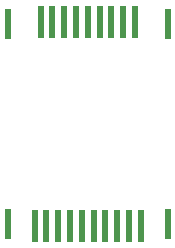
<source format=gbr>
%TF.GenerationSoftware,KiCad,Pcbnew,5.1.9-73d0e3b20d~88~ubuntu20.04.1*%
%TF.CreationDate,2021-06-05T19:28:38+02:00*%
%TF.ProjectId,wally,77616c6c-792e-46b6-9963-61645f706362,v1.03*%
%TF.SameCoordinates,Original*%
%TF.FileFunction,Paste,Bot*%
%TF.FilePolarity,Positive*%
%FSLAX46Y46*%
G04 Gerber Fmt 4.6, Leading zero omitted, Abs format (unit mm)*
G04 Created by KiCad (PCBNEW 5.1.9-73d0e3b20d~88~ubuntu20.04.1) date 2021-06-05 19:28:38*
%MOMM*%
%LPD*%
G01*
G04 APERTURE LIST*
%ADD10R,0.600000X2.600000*%
%ADD11R,0.500000X2.800000*%
G04 APERTURE END LIST*
D10*
%TO.C,J2*%
X139775000Y-108500000D03*
X126225000Y-108500000D03*
D11*
X137500000Y-108600000D03*
X136500000Y-108600000D03*
X135500000Y-108600000D03*
X134500000Y-108600000D03*
X133500000Y-108600000D03*
X132500000Y-108600000D03*
X131500000Y-108600000D03*
X130500000Y-108600000D03*
X129500000Y-108600000D03*
X128500000Y-108600000D03*
%TD*%
%TO.C,J3*%
X129000000Y-91400000D03*
X130000000Y-91400000D03*
X131000000Y-91400000D03*
X132000000Y-91400000D03*
X133000000Y-91400000D03*
X134000000Y-91400000D03*
X135000000Y-91400000D03*
X136000000Y-91400000D03*
X137000000Y-91400000D03*
D10*
X126225000Y-91500000D03*
X139775000Y-91500000D03*
%TD*%
M02*

</source>
